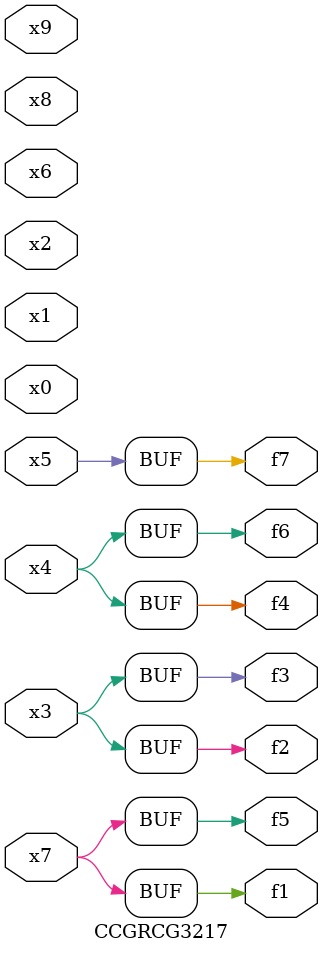
<source format=v>
module CCGRCG3217(
	input x0, x1, x2, x3, x4, x5, x6, x7, x8, x9,
	output f1, f2, f3, f4, f5, f6, f7
);
	assign f1 = x7;
	assign f2 = x3;
	assign f3 = x3;
	assign f4 = x4;
	assign f5 = x7;
	assign f6 = x4;
	assign f7 = x5;
endmodule

</source>
